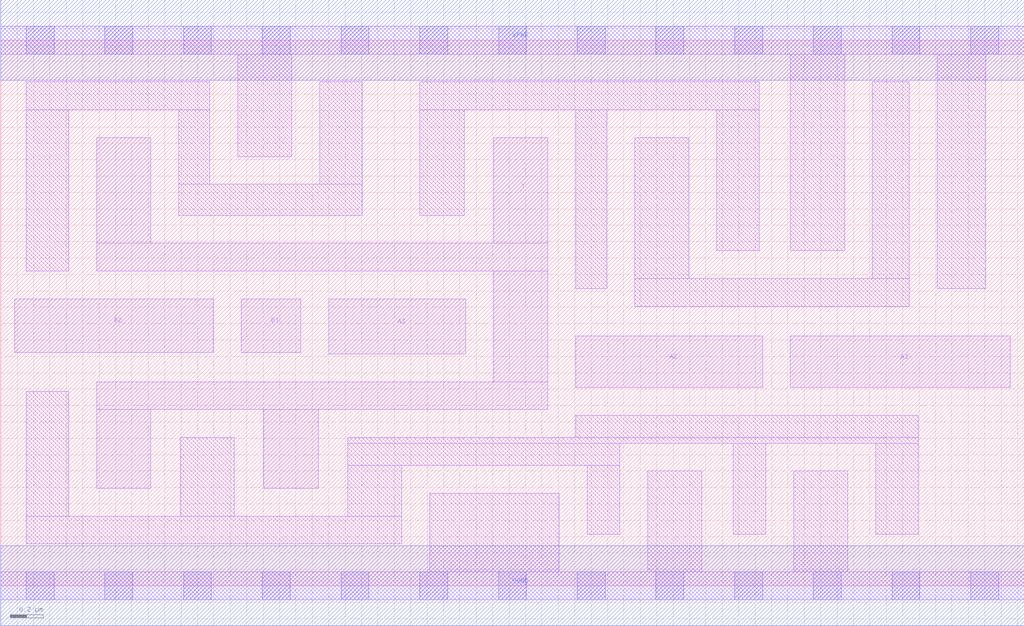
<source format=lef>
# Copyright 2020 The SkyWater PDK Authors
#
# Licensed under the Apache License, Version 2.0 (the "License");
# you may not use this file except in compliance with the License.
# You may obtain a copy of the License at
#
#     https://www.apache.org/licenses/LICENSE-2.0
#
# Unless required by applicable law or agreed to in writing, software
# distributed under the License is distributed on an "AS IS" BASIS,
# WITHOUT WARRANTIES OR CONDITIONS OF ANY KIND, either express or implied.
# See the License for the specific language governing permissions and
# limitations under the License.
#
# SPDX-License-Identifier: Apache-2.0

VERSION 5.7 ;
  NAMESCASESENSITIVE ON ;
  NOWIREEXTENSIONATPIN ON ;
  DIVIDERCHAR "/" ;
  BUSBITCHARS "[]" ;
UNITS
  DATABASE MICRONS 200 ;
END UNITS
MACRO sky130_fd_sc_lp__o32ai_2
  CLASS CORE ;
  SOURCE USER ;
  FOREIGN sky130_fd_sc_lp__o32ai_2 ;
  ORIGIN  0.000000  0.000000 ;
  SIZE  6.240000 BY  3.330000 ;
  SYMMETRY X Y R90 ;
  SITE unit ;
  PIN A1
    ANTENNAGATEAREA  0.630000 ;
    DIRECTION INPUT ;
    USE SIGNAL ;
    PORT
      LAYER li1 ;
        RECT 4.815000 1.210000 6.155000 1.525000 ;
    END
  END A1
  PIN A2
    ANTENNAGATEAREA  0.630000 ;
    DIRECTION INPUT ;
    USE SIGNAL ;
    PORT
      LAYER li1 ;
        RECT 3.505000 1.210000 4.645000 1.525000 ;
    END
  END A2
  PIN A3
    ANTENNAGATEAREA  0.630000 ;
    DIRECTION INPUT ;
    USE SIGNAL ;
    PORT
      LAYER li1 ;
        RECT 2.000000 1.415000 2.835000 1.750000 ;
    END
  END A3
  PIN B1
    ANTENNAGATEAREA  0.630000 ;
    DIRECTION INPUT ;
    USE SIGNAL ;
    PORT
      LAYER li1 ;
        RECT 1.465000 1.425000 1.830000 1.750000 ;
    END
  END B1
  PIN B2
    ANTENNAGATEAREA  0.630000 ;
    DIRECTION INPUT ;
    USE SIGNAL ;
    PORT
      LAYER li1 ;
        RECT 0.085000 1.425000 1.295000 1.750000 ;
    END
  END B2
  PIN Y
    ANTENNADIFFAREA  1.243200 ;
    DIRECTION OUTPUT ;
    USE SIGNAL ;
    PORT
      LAYER li1 ;
        RECT 0.585000 0.595000 0.915000 1.075000 ;
        RECT 0.585000 1.075000 3.335000 1.245000 ;
        RECT 0.585000 1.920000 3.335000 2.090000 ;
        RECT 0.585000 2.090000 0.915000 2.735000 ;
        RECT 1.605000 0.595000 1.935000 1.075000 ;
        RECT 3.005000 1.245000 3.335000 1.920000 ;
        RECT 3.005000 2.090000 3.335000 2.735000 ;
    END
  END Y
  PIN VGND
    DIRECTION INOUT ;
    USE GROUND ;
    PORT
      LAYER met1 ;
        RECT 0.000000 -0.245000 6.240000 0.245000 ;
    END
  END VGND
  PIN VPWR
    DIRECTION INOUT ;
    USE POWER ;
    PORT
      LAYER met1 ;
        RECT 0.000000 3.085000 6.240000 3.575000 ;
    END
  END VPWR
  OBS
    LAYER li1 ;
      RECT 0.000000 -0.085000 6.240000 0.085000 ;
      RECT 0.000000  3.245000 6.240000 3.415000 ;
      RECT 0.155000  0.255000 2.445000 0.425000 ;
      RECT 0.155000  0.425000 0.415000 1.185000 ;
      RECT 0.155000  1.920000 0.415000 2.905000 ;
      RECT 0.155000  2.905000 1.275000 3.075000 ;
      RECT 1.085000  2.260000 2.205000 2.450000 ;
      RECT 1.085000  2.450000 1.275000 2.905000 ;
      RECT 1.095000  0.425000 1.425000 0.905000 ;
      RECT 1.445000  2.620000 1.775000 3.245000 ;
      RECT 1.945000  2.450000 2.205000 3.075000 ;
      RECT 2.115000  0.425000 2.445000 0.735000 ;
      RECT 2.115000  0.735000 3.775000 0.870000 ;
      RECT 2.115000  0.870000 5.595000 0.905000 ;
      RECT 2.555000  2.260000 2.825000 2.905000 ;
      RECT 2.555000  2.905000 4.625000 3.075000 ;
      RECT 2.615000  0.085000 3.405000 0.565000 ;
      RECT 3.505000  0.905000 5.595000 1.040000 ;
      RECT 3.505000  1.815000 3.695000 2.905000 ;
      RECT 3.575000  0.315000 3.775000 0.735000 ;
      RECT 3.865000  1.705000 5.540000 1.875000 ;
      RECT 3.865000  1.875000 4.195000 2.735000 ;
      RECT 3.945000  0.085000 4.275000 0.700000 ;
      RECT 4.365000  2.045000 4.625000 2.905000 ;
      RECT 4.465000  0.315000 4.665000 0.870000 ;
      RECT 4.815000  2.045000 5.145000 3.245000 ;
      RECT 4.835000  0.085000 5.165000 0.700000 ;
      RECT 5.315000  1.875000 5.540000 3.075000 ;
      RECT 5.335000  0.315000 5.595000 0.870000 ;
      RECT 5.710000  1.815000 6.005000 3.245000 ;
    LAYER mcon ;
      RECT 0.155000 -0.085000 0.325000 0.085000 ;
      RECT 0.155000  3.245000 0.325000 3.415000 ;
      RECT 0.635000 -0.085000 0.805000 0.085000 ;
      RECT 0.635000  3.245000 0.805000 3.415000 ;
      RECT 1.115000 -0.085000 1.285000 0.085000 ;
      RECT 1.115000  3.245000 1.285000 3.415000 ;
      RECT 1.595000 -0.085000 1.765000 0.085000 ;
      RECT 1.595000  3.245000 1.765000 3.415000 ;
      RECT 2.075000 -0.085000 2.245000 0.085000 ;
      RECT 2.075000  3.245000 2.245000 3.415000 ;
      RECT 2.555000 -0.085000 2.725000 0.085000 ;
      RECT 2.555000  3.245000 2.725000 3.415000 ;
      RECT 3.035000 -0.085000 3.205000 0.085000 ;
      RECT 3.035000  3.245000 3.205000 3.415000 ;
      RECT 3.515000 -0.085000 3.685000 0.085000 ;
      RECT 3.515000  3.245000 3.685000 3.415000 ;
      RECT 3.995000 -0.085000 4.165000 0.085000 ;
      RECT 3.995000  3.245000 4.165000 3.415000 ;
      RECT 4.475000 -0.085000 4.645000 0.085000 ;
      RECT 4.475000  3.245000 4.645000 3.415000 ;
      RECT 4.955000 -0.085000 5.125000 0.085000 ;
      RECT 4.955000  3.245000 5.125000 3.415000 ;
      RECT 5.435000 -0.085000 5.605000 0.085000 ;
      RECT 5.435000  3.245000 5.605000 3.415000 ;
      RECT 5.915000 -0.085000 6.085000 0.085000 ;
      RECT 5.915000  3.245000 6.085000 3.415000 ;
  END
END sky130_fd_sc_lp__o32ai_2

</source>
